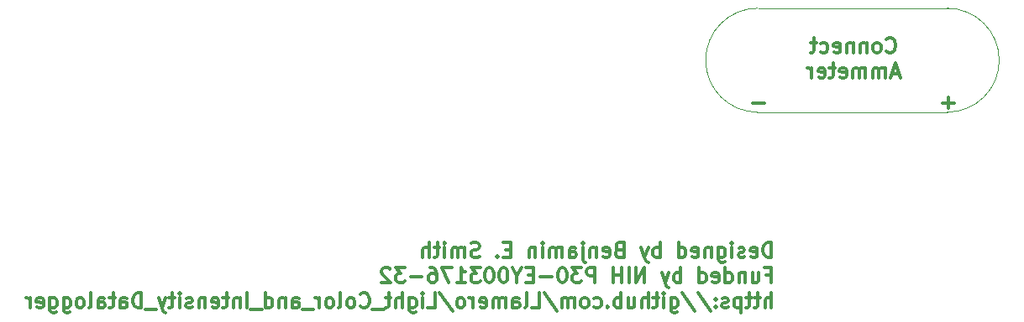
<source format=gbo>
G04 #@! TF.GenerationSoftware,KiCad,Pcbnew,(5.1.4)-1*
G04 #@! TF.CreationDate,2020-03-06T20:10:18-08:00*
G04 #@! TF.ProjectId,Light_intensity_data_logger,4c696768-745f-4696-9e74-656e73697479,rev?*
G04 #@! TF.SameCoordinates,Original*
G04 #@! TF.FileFunction,Legend,Bot*
G04 #@! TF.FilePolarity,Positive*
%FSLAX46Y46*%
G04 Gerber Fmt 4.6, Leading zero omitted, Abs format (unit mm)*
G04 Created by KiCad (PCBNEW (5.1.4)-1) date 2020-03-06 20:10:18*
%MOMM*%
%LPD*%
G04 APERTURE LIST*
%ADD10C,0.120000*%
%ADD11C,0.300000*%
G04 APERTURE END LIST*
D10*
X168480000Y-69480000D02*
G75*
G02X168480000Y-79980000I0J-5250000D01*
G01*
D11*
X150767857Y-94638571D02*
X150767857Y-93138571D01*
X150410714Y-93138571D01*
X150196428Y-93210000D01*
X150053571Y-93352857D01*
X149982142Y-93495714D01*
X149910714Y-93781428D01*
X149910714Y-93995714D01*
X149982142Y-94281428D01*
X150053571Y-94424285D01*
X150196428Y-94567142D01*
X150410714Y-94638571D01*
X150767857Y-94638571D01*
X148696428Y-94567142D02*
X148839285Y-94638571D01*
X149125000Y-94638571D01*
X149267857Y-94567142D01*
X149339285Y-94424285D01*
X149339285Y-93852857D01*
X149267857Y-93710000D01*
X149125000Y-93638571D01*
X148839285Y-93638571D01*
X148696428Y-93710000D01*
X148625000Y-93852857D01*
X148625000Y-93995714D01*
X149339285Y-94138571D01*
X148053571Y-94567142D02*
X147910714Y-94638571D01*
X147625000Y-94638571D01*
X147482142Y-94567142D01*
X147410714Y-94424285D01*
X147410714Y-94352857D01*
X147482142Y-94210000D01*
X147625000Y-94138571D01*
X147839285Y-94138571D01*
X147982142Y-94067142D01*
X148053571Y-93924285D01*
X148053571Y-93852857D01*
X147982142Y-93710000D01*
X147839285Y-93638571D01*
X147625000Y-93638571D01*
X147482142Y-93710000D01*
X146767857Y-94638571D02*
X146767857Y-93638571D01*
X146767857Y-93138571D02*
X146839285Y-93210000D01*
X146767857Y-93281428D01*
X146696428Y-93210000D01*
X146767857Y-93138571D01*
X146767857Y-93281428D01*
X145410714Y-93638571D02*
X145410714Y-94852857D01*
X145482142Y-94995714D01*
X145553571Y-95067142D01*
X145696428Y-95138571D01*
X145910714Y-95138571D01*
X146053571Y-95067142D01*
X145410714Y-94567142D02*
X145553571Y-94638571D01*
X145839285Y-94638571D01*
X145982142Y-94567142D01*
X146053571Y-94495714D01*
X146125000Y-94352857D01*
X146125000Y-93924285D01*
X146053571Y-93781428D01*
X145982142Y-93710000D01*
X145839285Y-93638571D01*
X145553571Y-93638571D01*
X145410714Y-93710000D01*
X144696428Y-93638571D02*
X144696428Y-94638571D01*
X144696428Y-93781428D02*
X144625000Y-93710000D01*
X144482142Y-93638571D01*
X144267857Y-93638571D01*
X144125000Y-93710000D01*
X144053571Y-93852857D01*
X144053571Y-94638571D01*
X142767857Y-94567142D02*
X142910714Y-94638571D01*
X143196428Y-94638571D01*
X143339285Y-94567142D01*
X143410714Y-94424285D01*
X143410714Y-93852857D01*
X143339285Y-93710000D01*
X143196428Y-93638571D01*
X142910714Y-93638571D01*
X142767857Y-93710000D01*
X142696428Y-93852857D01*
X142696428Y-93995714D01*
X143410714Y-94138571D01*
X141410714Y-94638571D02*
X141410714Y-93138571D01*
X141410714Y-94567142D02*
X141553571Y-94638571D01*
X141839285Y-94638571D01*
X141982142Y-94567142D01*
X142053571Y-94495714D01*
X142125000Y-94352857D01*
X142125000Y-93924285D01*
X142053571Y-93781428D01*
X141982142Y-93710000D01*
X141839285Y-93638571D01*
X141553571Y-93638571D01*
X141410714Y-93710000D01*
X139553571Y-94638571D02*
X139553571Y-93138571D01*
X139553571Y-93710000D02*
X139410714Y-93638571D01*
X139125000Y-93638571D01*
X138982142Y-93710000D01*
X138910714Y-93781428D01*
X138839285Y-93924285D01*
X138839285Y-94352857D01*
X138910714Y-94495714D01*
X138982142Y-94567142D01*
X139125000Y-94638571D01*
X139410714Y-94638571D01*
X139553571Y-94567142D01*
X138339285Y-93638571D02*
X137982142Y-94638571D01*
X137625000Y-93638571D02*
X137982142Y-94638571D01*
X138125000Y-94995714D01*
X138196428Y-95067142D01*
X138339285Y-95138571D01*
X135410714Y-93852857D02*
X135196428Y-93924285D01*
X135125000Y-93995714D01*
X135053571Y-94138571D01*
X135053571Y-94352857D01*
X135125000Y-94495714D01*
X135196428Y-94567142D01*
X135339285Y-94638571D01*
X135910714Y-94638571D01*
X135910714Y-93138571D01*
X135410714Y-93138571D01*
X135267857Y-93210000D01*
X135196428Y-93281428D01*
X135125000Y-93424285D01*
X135125000Y-93567142D01*
X135196428Y-93710000D01*
X135267857Y-93781428D01*
X135410714Y-93852857D01*
X135910714Y-93852857D01*
X133839285Y-94567142D02*
X133982142Y-94638571D01*
X134267857Y-94638571D01*
X134410714Y-94567142D01*
X134482142Y-94424285D01*
X134482142Y-93852857D01*
X134410714Y-93710000D01*
X134267857Y-93638571D01*
X133982142Y-93638571D01*
X133839285Y-93710000D01*
X133767857Y-93852857D01*
X133767857Y-93995714D01*
X134482142Y-94138571D01*
X133124999Y-93638571D02*
X133124999Y-94638571D01*
X133124999Y-93781428D02*
X133053571Y-93710000D01*
X132910714Y-93638571D01*
X132696428Y-93638571D01*
X132553571Y-93710000D01*
X132482142Y-93852857D01*
X132482142Y-94638571D01*
X131767857Y-93638571D02*
X131767857Y-94924285D01*
X131839285Y-95067142D01*
X131982142Y-95138571D01*
X132053571Y-95138571D01*
X131767857Y-93138571D02*
X131839285Y-93210000D01*
X131767857Y-93281428D01*
X131696428Y-93210000D01*
X131767857Y-93138571D01*
X131767857Y-93281428D01*
X130410714Y-94638571D02*
X130410714Y-93852857D01*
X130482142Y-93710000D01*
X130624999Y-93638571D01*
X130910714Y-93638571D01*
X131053571Y-93710000D01*
X130410714Y-94567142D02*
X130553571Y-94638571D01*
X130910714Y-94638571D01*
X131053571Y-94567142D01*
X131124999Y-94424285D01*
X131124999Y-94281428D01*
X131053571Y-94138571D01*
X130910714Y-94067142D01*
X130553571Y-94067142D01*
X130410714Y-93995714D01*
X129696428Y-94638571D02*
X129696428Y-93638571D01*
X129696428Y-93781428D02*
X129624999Y-93710000D01*
X129482142Y-93638571D01*
X129267857Y-93638571D01*
X129124999Y-93710000D01*
X129053571Y-93852857D01*
X129053571Y-94638571D01*
X129053571Y-93852857D02*
X128982142Y-93710000D01*
X128839285Y-93638571D01*
X128624999Y-93638571D01*
X128482142Y-93710000D01*
X128410714Y-93852857D01*
X128410714Y-94638571D01*
X127696428Y-94638571D02*
X127696428Y-93638571D01*
X127696428Y-93138571D02*
X127767857Y-93210000D01*
X127696428Y-93281428D01*
X127624999Y-93210000D01*
X127696428Y-93138571D01*
X127696428Y-93281428D01*
X126982142Y-93638571D02*
X126982142Y-94638571D01*
X126982142Y-93781428D02*
X126910714Y-93710000D01*
X126767857Y-93638571D01*
X126553571Y-93638571D01*
X126410714Y-93710000D01*
X126339285Y-93852857D01*
X126339285Y-94638571D01*
X124482142Y-93852857D02*
X123982142Y-93852857D01*
X123767857Y-94638571D02*
X124482142Y-94638571D01*
X124482142Y-93138571D01*
X123767857Y-93138571D01*
X123124999Y-94495714D02*
X123053571Y-94567142D01*
X123124999Y-94638571D01*
X123196428Y-94567142D01*
X123124999Y-94495714D01*
X123124999Y-94638571D01*
X121339285Y-94567142D02*
X121124999Y-94638571D01*
X120767857Y-94638571D01*
X120624999Y-94567142D01*
X120553571Y-94495714D01*
X120482142Y-94352857D01*
X120482142Y-94210000D01*
X120553571Y-94067142D01*
X120624999Y-93995714D01*
X120767857Y-93924285D01*
X121053571Y-93852857D01*
X121196428Y-93781428D01*
X121267857Y-93710000D01*
X121339285Y-93567142D01*
X121339285Y-93424285D01*
X121267857Y-93281428D01*
X121196428Y-93210000D01*
X121053571Y-93138571D01*
X120696428Y-93138571D01*
X120482142Y-93210000D01*
X119839285Y-94638571D02*
X119839285Y-93638571D01*
X119839285Y-93781428D02*
X119767857Y-93710000D01*
X119624999Y-93638571D01*
X119410714Y-93638571D01*
X119267857Y-93710000D01*
X119196428Y-93852857D01*
X119196428Y-94638571D01*
X119196428Y-93852857D02*
X119124999Y-93710000D01*
X118982142Y-93638571D01*
X118767857Y-93638571D01*
X118624999Y-93710000D01*
X118553571Y-93852857D01*
X118553571Y-94638571D01*
X117839285Y-94638571D02*
X117839285Y-93638571D01*
X117839285Y-93138571D02*
X117910714Y-93210000D01*
X117839285Y-93281428D01*
X117767857Y-93210000D01*
X117839285Y-93138571D01*
X117839285Y-93281428D01*
X117339285Y-93638571D02*
X116767857Y-93638571D01*
X117124999Y-93138571D02*
X117124999Y-94424285D01*
X117053571Y-94567142D01*
X116910714Y-94638571D01*
X116767857Y-94638571D01*
X116267857Y-94638571D02*
X116267857Y-93138571D01*
X115624999Y-94638571D02*
X115624999Y-93852857D01*
X115696428Y-93710000D01*
X115839285Y-93638571D01*
X116053571Y-93638571D01*
X116196428Y-93710000D01*
X116267857Y-93781428D01*
X150267857Y-96402857D02*
X150767857Y-96402857D01*
X150767857Y-97188571D02*
X150767857Y-95688571D01*
X150053571Y-95688571D01*
X148839285Y-96188571D02*
X148839285Y-97188571D01*
X149482142Y-96188571D02*
X149482142Y-96974285D01*
X149410714Y-97117142D01*
X149267857Y-97188571D01*
X149053571Y-97188571D01*
X148910714Y-97117142D01*
X148839285Y-97045714D01*
X148125000Y-96188571D02*
X148125000Y-97188571D01*
X148125000Y-96331428D02*
X148053571Y-96260000D01*
X147910714Y-96188571D01*
X147696428Y-96188571D01*
X147553571Y-96260000D01*
X147482142Y-96402857D01*
X147482142Y-97188571D01*
X146125000Y-97188571D02*
X146125000Y-95688571D01*
X146125000Y-97117142D02*
X146267857Y-97188571D01*
X146553571Y-97188571D01*
X146696428Y-97117142D01*
X146767857Y-97045714D01*
X146839285Y-96902857D01*
X146839285Y-96474285D01*
X146767857Y-96331428D01*
X146696428Y-96260000D01*
X146553571Y-96188571D01*
X146267857Y-96188571D01*
X146125000Y-96260000D01*
X144839285Y-97117142D02*
X144982142Y-97188571D01*
X145267857Y-97188571D01*
X145410714Y-97117142D01*
X145482142Y-96974285D01*
X145482142Y-96402857D01*
X145410714Y-96260000D01*
X145267857Y-96188571D01*
X144982142Y-96188571D01*
X144839285Y-96260000D01*
X144767857Y-96402857D01*
X144767857Y-96545714D01*
X145482142Y-96688571D01*
X143482142Y-97188571D02*
X143482142Y-95688571D01*
X143482142Y-97117142D02*
X143625000Y-97188571D01*
X143910714Y-97188571D01*
X144053571Y-97117142D01*
X144125000Y-97045714D01*
X144196428Y-96902857D01*
X144196428Y-96474285D01*
X144125000Y-96331428D01*
X144053571Y-96260000D01*
X143910714Y-96188571D01*
X143625000Y-96188571D01*
X143482142Y-96260000D01*
X141625000Y-97188571D02*
X141625000Y-95688571D01*
X141625000Y-96260000D02*
X141482142Y-96188571D01*
X141196428Y-96188571D01*
X141053571Y-96260000D01*
X140982142Y-96331428D01*
X140910714Y-96474285D01*
X140910714Y-96902857D01*
X140982142Y-97045714D01*
X141053571Y-97117142D01*
X141196428Y-97188571D01*
X141482142Y-97188571D01*
X141625000Y-97117142D01*
X140410714Y-96188571D02*
X140053571Y-97188571D01*
X139696428Y-96188571D02*
X140053571Y-97188571D01*
X140196428Y-97545714D01*
X140267857Y-97617142D01*
X140410714Y-97688571D01*
X137982142Y-97188571D02*
X137982142Y-95688571D01*
X137125000Y-97188571D01*
X137125000Y-95688571D01*
X136410714Y-97188571D02*
X136410714Y-95688571D01*
X135696428Y-97188571D02*
X135696428Y-95688571D01*
X135696428Y-96402857D02*
X134839285Y-96402857D01*
X134839285Y-97188571D02*
X134839285Y-95688571D01*
X132982142Y-97188571D02*
X132982142Y-95688571D01*
X132410714Y-95688571D01*
X132267857Y-95760000D01*
X132196428Y-95831428D01*
X132125000Y-95974285D01*
X132125000Y-96188571D01*
X132196428Y-96331428D01*
X132267857Y-96402857D01*
X132410714Y-96474285D01*
X132982142Y-96474285D01*
X131625000Y-95688571D02*
X130696428Y-95688571D01*
X131196428Y-96260000D01*
X130982142Y-96260000D01*
X130839285Y-96331428D01*
X130767857Y-96402857D01*
X130696428Y-96545714D01*
X130696428Y-96902857D01*
X130767857Y-97045714D01*
X130839285Y-97117142D01*
X130982142Y-97188571D01*
X131410714Y-97188571D01*
X131553571Y-97117142D01*
X131625000Y-97045714D01*
X129767857Y-95688571D02*
X129625000Y-95688571D01*
X129482142Y-95760000D01*
X129410714Y-95831428D01*
X129339285Y-95974285D01*
X129267857Y-96260000D01*
X129267857Y-96617142D01*
X129339285Y-96902857D01*
X129410714Y-97045714D01*
X129482142Y-97117142D01*
X129625000Y-97188571D01*
X129767857Y-97188571D01*
X129910714Y-97117142D01*
X129982142Y-97045714D01*
X130053571Y-96902857D01*
X130125000Y-96617142D01*
X130125000Y-96260000D01*
X130053571Y-95974285D01*
X129982142Y-95831428D01*
X129910714Y-95760000D01*
X129767857Y-95688571D01*
X128625000Y-96617142D02*
X127482142Y-96617142D01*
X126767857Y-96402857D02*
X126267857Y-96402857D01*
X126053571Y-97188571D02*
X126767857Y-97188571D01*
X126767857Y-95688571D01*
X126053571Y-95688571D01*
X125125000Y-96474285D02*
X125125000Y-97188571D01*
X125625000Y-95688571D02*
X125125000Y-96474285D01*
X124625000Y-95688571D01*
X123839285Y-95688571D02*
X123696428Y-95688571D01*
X123553571Y-95760000D01*
X123482142Y-95831428D01*
X123410714Y-95974285D01*
X123339285Y-96260000D01*
X123339285Y-96617142D01*
X123410714Y-96902857D01*
X123482142Y-97045714D01*
X123553571Y-97117142D01*
X123696428Y-97188571D01*
X123839285Y-97188571D01*
X123982142Y-97117142D01*
X124053571Y-97045714D01*
X124125000Y-96902857D01*
X124196428Y-96617142D01*
X124196428Y-96260000D01*
X124125000Y-95974285D01*
X124053571Y-95831428D01*
X123982142Y-95760000D01*
X123839285Y-95688571D01*
X122410714Y-95688571D02*
X122267857Y-95688571D01*
X122125000Y-95760000D01*
X122053571Y-95831428D01*
X121982142Y-95974285D01*
X121910714Y-96260000D01*
X121910714Y-96617142D01*
X121982142Y-96902857D01*
X122053571Y-97045714D01*
X122125000Y-97117142D01*
X122267857Y-97188571D01*
X122410714Y-97188571D01*
X122553571Y-97117142D01*
X122625000Y-97045714D01*
X122696428Y-96902857D01*
X122767857Y-96617142D01*
X122767857Y-96260000D01*
X122696428Y-95974285D01*
X122625000Y-95831428D01*
X122553571Y-95760000D01*
X122410714Y-95688571D01*
X121410714Y-95688571D02*
X120482142Y-95688571D01*
X120982142Y-96260000D01*
X120767857Y-96260000D01*
X120625000Y-96331428D01*
X120553571Y-96402857D01*
X120482142Y-96545714D01*
X120482142Y-96902857D01*
X120553571Y-97045714D01*
X120625000Y-97117142D01*
X120767857Y-97188571D01*
X121196428Y-97188571D01*
X121339285Y-97117142D01*
X121410714Y-97045714D01*
X119053571Y-97188571D02*
X119910714Y-97188571D01*
X119482142Y-97188571D02*
X119482142Y-95688571D01*
X119625000Y-95902857D01*
X119767857Y-96045714D01*
X119910714Y-96117142D01*
X118553571Y-95688571D02*
X117553571Y-95688571D01*
X118196428Y-97188571D01*
X116339285Y-95688571D02*
X116625000Y-95688571D01*
X116767857Y-95760000D01*
X116839285Y-95831428D01*
X116982142Y-96045714D01*
X117053571Y-96331428D01*
X117053571Y-96902857D01*
X116982142Y-97045714D01*
X116910714Y-97117142D01*
X116767857Y-97188571D01*
X116482142Y-97188571D01*
X116339285Y-97117142D01*
X116267857Y-97045714D01*
X116196428Y-96902857D01*
X116196428Y-96545714D01*
X116267857Y-96402857D01*
X116339285Y-96331428D01*
X116482142Y-96260000D01*
X116767857Y-96260000D01*
X116910714Y-96331428D01*
X116982142Y-96402857D01*
X117053571Y-96545714D01*
X115553571Y-96617142D02*
X114410714Y-96617142D01*
X113839285Y-95688571D02*
X112910714Y-95688571D01*
X113410714Y-96260000D01*
X113196428Y-96260000D01*
X113053571Y-96331428D01*
X112982142Y-96402857D01*
X112910714Y-96545714D01*
X112910714Y-96902857D01*
X112982142Y-97045714D01*
X113053571Y-97117142D01*
X113196428Y-97188571D01*
X113625000Y-97188571D01*
X113767857Y-97117142D01*
X113839285Y-97045714D01*
X112339285Y-95831428D02*
X112267857Y-95760000D01*
X112125000Y-95688571D01*
X111767857Y-95688571D01*
X111625000Y-95760000D01*
X111553571Y-95831428D01*
X111482142Y-95974285D01*
X111482142Y-96117142D01*
X111553571Y-96331428D01*
X112410714Y-97188571D01*
X111482142Y-97188571D01*
X150767857Y-99738571D02*
X150767857Y-98238571D01*
X150125000Y-99738571D02*
X150125000Y-98952857D01*
X150196428Y-98810000D01*
X150339285Y-98738571D01*
X150553571Y-98738571D01*
X150696428Y-98810000D01*
X150767857Y-98881428D01*
X149625000Y-98738571D02*
X149053571Y-98738571D01*
X149410714Y-98238571D02*
X149410714Y-99524285D01*
X149339285Y-99667142D01*
X149196428Y-99738571D01*
X149053571Y-99738571D01*
X148767857Y-98738571D02*
X148196428Y-98738571D01*
X148553571Y-98238571D02*
X148553571Y-99524285D01*
X148482142Y-99667142D01*
X148339285Y-99738571D01*
X148196428Y-99738571D01*
X147696428Y-98738571D02*
X147696428Y-100238571D01*
X147696428Y-98810000D02*
X147553571Y-98738571D01*
X147267857Y-98738571D01*
X147125000Y-98810000D01*
X147053571Y-98881428D01*
X146982142Y-99024285D01*
X146982142Y-99452857D01*
X147053571Y-99595714D01*
X147125000Y-99667142D01*
X147267857Y-99738571D01*
X147553571Y-99738571D01*
X147696428Y-99667142D01*
X146410714Y-99667142D02*
X146267857Y-99738571D01*
X145982142Y-99738571D01*
X145839285Y-99667142D01*
X145767857Y-99524285D01*
X145767857Y-99452857D01*
X145839285Y-99310000D01*
X145982142Y-99238571D01*
X146196428Y-99238571D01*
X146339285Y-99167142D01*
X146410714Y-99024285D01*
X146410714Y-98952857D01*
X146339285Y-98810000D01*
X146196428Y-98738571D01*
X145982142Y-98738571D01*
X145839285Y-98810000D01*
X145125000Y-99595714D02*
X145053571Y-99667142D01*
X145125000Y-99738571D01*
X145196428Y-99667142D01*
X145125000Y-99595714D01*
X145125000Y-99738571D01*
X145125000Y-98810000D02*
X145053571Y-98881428D01*
X145125000Y-98952857D01*
X145196428Y-98881428D01*
X145125000Y-98810000D01*
X145125000Y-98952857D01*
X143339285Y-98167142D02*
X144625000Y-100095714D01*
X141767857Y-98167142D02*
X143053571Y-100095714D01*
X140625000Y-98738571D02*
X140625000Y-99952857D01*
X140696428Y-100095714D01*
X140767857Y-100167142D01*
X140910714Y-100238571D01*
X141125000Y-100238571D01*
X141267857Y-100167142D01*
X140625000Y-99667142D02*
X140767857Y-99738571D01*
X141053571Y-99738571D01*
X141196428Y-99667142D01*
X141267857Y-99595714D01*
X141339285Y-99452857D01*
X141339285Y-99024285D01*
X141267857Y-98881428D01*
X141196428Y-98810000D01*
X141053571Y-98738571D01*
X140767857Y-98738571D01*
X140625000Y-98810000D01*
X139910714Y-99738571D02*
X139910714Y-98738571D01*
X139910714Y-98238571D02*
X139982142Y-98310000D01*
X139910714Y-98381428D01*
X139839285Y-98310000D01*
X139910714Y-98238571D01*
X139910714Y-98381428D01*
X139410714Y-98738571D02*
X138839285Y-98738571D01*
X139196428Y-98238571D02*
X139196428Y-99524285D01*
X139125000Y-99667142D01*
X138982142Y-99738571D01*
X138839285Y-99738571D01*
X138339285Y-99738571D02*
X138339285Y-98238571D01*
X137696428Y-99738571D02*
X137696428Y-98952857D01*
X137767857Y-98810000D01*
X137910714Y-98738571D01*
X138125000Y-98738571D01*
X138267857Y-98810000D01*
X138339285Y-98881428D01*
X136339285Y-98738571D02*
X136339285Y-99738571D01*
X136982142Y-98738571D02*
X136982142Y-99524285D01*
X136910714Y-99667142D01*
X136767857Y-99738571D01*
X136553571Y-99738571D01*
X136410714Y-99667142D01*
X136339285Y-99595714D01*
X135625000Y-99738571D02*
X135625000Y-98238571D01*
X135625000Y-98810000D02*
X135482142Y-98738571D01*
X135196428Y-98738571D01*
X135053571Y-98810000D01*
X134982142Y-98881428D01*
X134910714Y-99024285D01*
X134910714Y-99452857D01*
X134982142Y-99595714D01*
X135053571Y-99667142D01*
X135196428Y-99738571D01*
X135482142Y-99738571D01*
X135625000Y-99667142D01*
X134267857Y-99595714D02*
X134196428Y-99667142D01*
X134267857Y-99738571D01*
X134339285Y-99667142D01*
X134267857Y-99595714D01*
X134267857Y-99738571D01*
X132910714Y-99667142D02*
X133053571Y-99738571D01*
X133339285Y-99738571D01*
X133482142Y-99667142D01*
X133553571Y-99595714D01*
X133625000Y-99452857D01*
X133625000Y-99024285D01*
X133553571Y-98881428D01*
X133482142Y-98810000D01*
X133339285Y-98738571D01*
X133053571Y-98738571D01*
X132910714Y-98810000D01*
X132053571Y-99738571D02*
X132196428Y-99667142D01*
X132267857Y-99595714D01*
X132339285Y-99452857D01*
X132339285Y-99024285D01*
X132267857Y-98881428D01*
X132196428Y-98810000D01*
X132053571Y-98738571D01*
X131839285Y-98738571D01*
X131696428Y-98810000D01*
X131625000Y-98881428D01*
X131553571Y-99024285D01*
X131553571Y-99452857D01*
X131625000Y-99595714D01*
X131696428Y-99667142D01*
X131839285Y-99738571D01*
X132053571Y-99738571D01*
X130910714Y-99738571D02*
X130910714Y-98738571D01*
X130910714Y-98881428D02*
X130839285Y-98810000D01*
X130696428Y-98738571D01*
X130482142Y-98738571D01*
X130339285Y-98810000D01*
X130267857Y-98952857D01*
X130267857Y-99738571D01*
X130267857Y-98952857D02*
X130196428Y-98810000D01*
X130053571Y-98738571D01*
X129839285Y-98738571D01*
X129696428Y-98810000D01*
X129625000Y-98952857D01*
X129625000Y-99738571D01*
X127839285Y-98167142D02*
X129125000Y-100095714D01*
X126625000Y-99738571D02*
X127339285Y-99738571D01*
X127339285Y-98238571D01*
X125910714Y-99738571D02*
X126053571Y-99667142D01*
X126125000Y-99524285D01*
X126125000Y-98238571D01*
X124696428Y-99738571D02*
X124696428Y-98952857D01*
X124767857Y-98810000D01*
X124910714Y-98738571D01*
X125196428Y-98738571D01*
X125339285Y-98810000D01*
X124696428Y-99667142D02*
X124839285Y-99738571D01*
X125196428Y-99738571D01*
X125339285Y-99667142D01*
X125410714Y-99524285D01*
X125410714Y-99381428D01*
X125339285Y-99238571D01*
X125196428Y-99167142D01*
X124839285Y-99167142D01*
X124696428Y-99095714D01*
X123982142Y-99738571D02*
X123982142Y-98738571D01*
X123982142Y-98881428D02*
X123910714Y-98810000D01*
X123767857Y-98738571D01*
X123553571Y-98738571D01*
X123410714Y-98810000D01*
X123339285Y-98952857D01*
X123339285Y-99738571D01*
X123339285Y-98952857D02*
X123267857Y-98810000D01*
X123125000Y-98738571D01*
X122910714Y-98738571D01*
X122767857Y-98810000D01*
X122696428Y-98952857D01*
X122696428Y-99738571D01*
X121410714Y-99667142D02*
X121553571Y-99738571D01*
X121839285Y-99738571D01*
X121982142Y-99667142D01*
X122053571Y-99524285D01*
X122053571Y-98952857D01*
X121982142Y-98810000D01*
X121839285Y-98738571D01*
X121553571Y-98738571D01*
X121410714Y-98810000D01*
X121339285Y-98952857D01*
X121339285Y-99095714D01*
X122053571Y-99238571D01*
X120696428Y-99738571D02*
X120696428Y-98738571D01*
X120696428Y-99024285D02*
X120625000Y-98881428D01*
X120553571Y-98810000D01*
X120410714Y-98738571D01*
X120267857Y-98738571D01*
X119553571Y-99738571D02*
X119696428Y-99667142D01*
X119767857Y-99595714D01*
X119839285Y-99452857D01*
X119839285Y-99024285D01*
X119767857Y-98881428D01*
X119696428Y-98810000D01*
X119553571Y-98738571D01*
X119339285Y-98738571D01*
X119196428Y-98810000D01*
X119125000Y-98881428D01*
X119053571Y-99024285D01*
X119053571Y-99452857D01*
X119125000Y-99595714D01*
X119196428Y-99667142D01*
X119339285Y-99738571D01*
X119553571Y-99738571D01*
X117339285Y-98167142D02*
X118625000Y-100095714D01*
X116125000Y-99738571D02*
X116839285Y-99738571D01*
X116839285Y-98238571D01*
X115625000Y-99738571D02*
X115625000Y-98738571D01*
X115625000Y-98238571D02*
X115696428Y-98310000D01*
X115625000Y-98381428D01*
X115553571Y-98310000D01*
X115625000Y-98238571D01*
X115625000Y-98381428D01*
X114267857Y-98738571D02*
X114267857Y-99952857D01*
X114339285Y-100095714D01*
X114410714Y-100167142D01*
X114553571Y-100238571D01*
X114767857Y-100238571D01*
X114910714Y-100167142D01*
X114267857Y-99667142D02*
X114410714Y-99738571D01*
X114696428Y-99738571D01*
X114839285Y-99667142D01*
X114910714Y-99595714D01*
X114982142Y-99452857D01*
X114982142Y-99024285D01*
X114910714Y-98881428D01*
X114839285Y-98810000D01*
X114696428Y-98738571D01*
X114410714Y-98738571D01*
X114267857Y-98810000D01*
X113553571Y-99738571D02*
X113553571Y-98238571D01*
X112910714Y-99738571D02*
X112910714Y-98952857D01*
X112982142Y-98810000D01*
X113125000Y-98738571D01*
X113339285Y-98738571D01*
X113482142Y-98810000D01*
X113553571Y-98881428D01*
X112410714Y-98738571D02*
X111839285Y-98738571D01*
X112196428Y-98238571D02*
X112196428Y-99524285D01*
X112125000Y-99667142D01*
X111982142Y-99738571D01*
X111839285Y-99738571D01*
X111696428Y-99881428D02*
X110553571Y-99881428D01*
X109339285Y-99595714D02*
X109410714Y-99667142D01*
X109625000Y-99738571D01*
X109767857Y-99738571D01*
X109982142Y-99667142D01*
X110125000Y-99524285D01*
X110196428Y-99381428D01*
X110267857Y-99095714D01*
X110267857Y-98881428D01*
X110196428Y-98595714D01*
X110125000Y-98452857D01*
X109982142Y-98310000D01*
X109767857Y-98238571D01*
X109625000Y-98238571D01*
X109410714Y-98310000D01*
X109339285Y-98381428D01*
X108482142Y-99738571D02*
X108625000Y-99667142D01*
X108696428Y-99595714D01*
X108767857Y-99452857D01*
X108767857Y-99024285D01*
X108696428Y-98881428D01*
X108625000Y-98810000D01*
X108482142Y-98738571D01*
X108267857Y-98738571D01*
X108125000Y-98810000D01*
X108053571Y-98881428D01*
X107982142Y-99024285D01*
X107982142Y-99452857D01*
X108053571Y-99595714D01*
X108125000Y-99667142D01*
X108267857Y-99738571D01*
X108482142Y-99738571D01*
X107125000Y-99738571D02*
X107267857Y-99667142D01*
X107339285Y-99524285D01*
X107339285Y-98238571D01*
X106339285Y-99738571D02*
X106482142Y-99667142D01*
X106553571Y-99595714D01*
X106625000Y-99452857D01*
X106625000Y-99024285D01*
X106553571Y-98881428D01*
X106482142Y-98810000D01*
X106339285Y-98738571D01*
X106125000Y-98738571D01*
X105982142Y-98810000D01*
X105910714Y-98881428D01*
X105839285Y-99024285D01*
X105839285Y-99452857D01*
X105910714Y-99595714D01*
X105982142Y-99667142D01*
X106125000Y-99738571D01*
X106339285Y-99738571D01*
X105196428Y-99738571D02*
X105196428Y-98738571D01*
X105196428Y-99024285D02*
X105125000Y-98881428D01*
X105053571Y-98810000D01*
X104910714Y-98738571D01*
X104767857Y-98738571D01*
X104625000Y-99881428D02*
X103482142Y-99881428D01*
X102482142Y-99738571D02*
X102482142Y-98952857D01*
X102553571Y-98810000D01*
X102696428Y-98738571D01*
X102982142Y-98738571D01*
X103125000Y-98810000D01*
X102482142Y-99667142D02*
X102625000Y-99738571D01*
X102982142Y-99738571D01*
X103125000Y-99667142D01*
X103196428Y-99524285D01*
X103196428Y-99381428D01*
X103125000Y-99238571D01*
X102982142Y-99167142D01*
X102625000Y-99167142D01*
X102482142Y-99095714D01*
X101767857Y-98738571D02*
X101767857Y-99738571D01*
X101767857Y-98881428D02*
X101696428Y-98810000D01*
X101553571Y-98738571D01*
X101339285Y-98738571D01*
X101196428Y-98810000D01*
X101125000Y-98952857D01*
X101125000Y-99738571D01*
X99767857Y-99738571D02*
X99767857Y-98238571D01*
X99767857Y-99667142D02*
X99910714Y-99738571D01*
X100196428Y-99738571D01*
X100339285Y-99667142D01*
X100410714Y-99595714D01*
X100482142Y-99452857D01*
X100482142Y-99024285D01*
X100410714Y-98881428D01*
X100339285Y-98810000D01*
X100196428Y-98738571D01*
X99910714Y-98738571D01*
X99767857Y-98810000D01*
X99410714Y-99881428D02*
X98267857Y-99881428D01*
X97910714Y-99738571D02*
X97910714Y-98238571D01*
X97196428Y-98738571D02*
X97196428Y-99738571D01*
X97196428Y-98881428D02*
X97125000Y-98810000D01*
X96982142Y-98738571D01*
X96767857Y-98738571D01*
X96625000Y-98810000D01*
X96553571Y-98952857D01*
X96553571Y-99738571D01*
X96053571Y-98738571D02*
X95482142Y-98738571D01*
X95839285Y-98238571D02*
X95839285Y-99524285D01*
X95767857Y-99667142D01*
X95625000Y-99738571D01*
X95482142Y-99738571D01*
X94410714Y-99667142D02*
X94553571Y-99738571D01*
X94839285Y-99738571D01*
X94982142Y-99667142D01*
X95053571Y-99524285D01*
X95053571Y-98952857D01*
X94982142Y-98810000D01*
X94839285Y-98738571D01*
X94553571Y-98738571D01*
X94410714Y-98810000D01*
X94339285Y-98952857D01*
X94339285Y-99095714D01*
X95053571Y-99238571D01*
X93696428Y-98738571D02*
X93696428Y-99738571D01*
X93696428Y-98881428D02*
X93625000Y-98810000D01*
X93482142Y-98738571D01*
X93267857Y-98738571D01*
X93125000Y-98810000D01*
X93053571Y-98952857D01*
X93053571Y-99738571D01*
X92410714Y-99667142D02*
X92267857Y-99738571D01*
X91982142Y-99738571D01*
X91839285Y-99667142D01*
X91767857Y-99524285D01*
X91767857Y-99452857D01*
X91839285Y-99310000D01*
X91982142Y-99238571D01*
X92196428Y-99238571D01*
X92339285Y-99167142D01*
X92410714Y-99024285D01*
X92410714Y-98952857D01*
X92339285Y-98810000D01*
X92196428Y-98738571D01*
X91982142Y-98738571D01*
X91839285Y-98810000D01*
X91125000Y-99738571D02*
X91125000Y-98738571D01*
X91125000Y-98238571D02*
X91196428Y-98310000D01*
X91125000Y-98381428D01*
X91053571Y-98310000D01*
X91125000Y-98238571D01*
X91125000Y-98381428D01*
X90625000Y-98738571D02*
X90053571Y-98738571D01*
X90410714Y-98238571D02*
X90410714Y-99524285D01*
X90339285Y-99667142D01*
X90196428Y-99738571D01*
X90053571Y-99738571D01*
X89696428Y-98738571D02*
X89339285Y-99738571D01*
X88982142Y-98738571D02*
X89339285Y-99738571D01*
X89482142Y-100095714D01*
X89553571Y-100167142D01*
X89696428Y-100238571D01*
X88767857Y-99881428D02*
X87625000Y-99881428D01*
X87267857Y-99738571D02*
X87267857Y-98238571D01*
X86910714Y-98238571D01*
X86696428Y-98310000D01*
X86553571Y-98452857D01*
X86482142Y-98595714D01*
X86410714Y-98881428D01*
X86410714Y-99095714D01*
X86482142Y-99381428D01*
X86553571Y-99524285D01*
X86696428Y-99667142D01*
X86910714Y-99738571D01*
X87267857Y-99738571D01*
X85125000Y-99738571D02*
X85125000Y-98952857D01*
X85196428Y-98810000D01*
X85339285Y-98738571D01*
X85625000Y-98738571D01*
X85767857Y-98810000D01*
X85125000Y-99667142D02*
X85267857Y-99738571D01*
X85625000Y-99738571D01*
X85767857Y-99667142D01*
X85839285Y-99524285D01*
X85839285Y-99381428D01*
X85767857Y-99238571D01*
X85625000Y-99167142D01*
X85267857Y-99167142D01*
X85125000Y-99095714D01*
X84625000Y-98738571D02*
X84053571Y-98738571D01*
X84410714Y-98238571D02*
X84410714Y-99524285D01*
X84339285Y-99667142D01*
X84196428Y-99738571D01*
X84053571Y-99738571D01*
X82910714Y-99738571D02*
X82910714Y-98952857D01*
X82982142Y-98810000D01*
X83125000Y-98738571D01*
X83410714Y-98738571D01*
X83553571Y-98810000D01*
X82910714Y-99667142D02*
X83053571Y-99738571D01*
X83410714Y-99738571D01*
X83553571Y-99667142D01*
X83625000Y-99524285D01*
X83625000Y-99381428D01*
X83553571Y-99238571D01*
X83410714Y-99167142D01*
X83053571Y-99167142D01*
X82910714Y-99095714D01*
X81982142Y-99738571D02*
X82125000Y-99667142D01*
X82196428Y-99524285D01*
X82196428Y-98238571D01*
X81196428Y-99738571D02*
X81339285Y-99667142D01*
X81410714Y-99595714D01*
X81482142Y-99452857D01*
X81482142Y-99024285D01*
X81410714Y-98881428D01*
X81339285Y-98810000D01*
X81196428Y-98738571D01*
X80982142Y-98738571D01*
X80839285Y-98810000D01*
X80767857Y-98881428D01*
X80696428Y-99024285D01*
X80696428Y-99452857D01*
X80767857Y-99595714D01*
X80839285Y-99667142D01*
X80982142Y-99738571D01*
X81196428Y-99738571D01*
X79410714Y-98738571D02*
X79410714Y-99952857D01*
X79482142Y-100095714D01*
X79553571Y-100167142D01*
X79696428Y-100238571D01*
X79910714Y-100238571D01*
X80053571Y-100167142D01*
X79410714Y-99667142D02*
X79553571Y-99738571D01*
X79839285Y-99738571D01*
X79982142Y-99667142D01*
X80053571Y-99595714D01*
X80125000Y-99452857D01*
X80125000Y-99024285D01*
X80053571Y-98881428D01*
X79982142Y-98810000D01*
X79839285Y-98738571D01*
X79553571Y-98738571D01*
X79410714Y-98810000D01*
X78053571Y-98738571D02*
X78053571Y-99952857D01*
X78125000Y-100095714D01*
X78196428Y-100167142D01*
X78339285Y-100238571D01*
X78553571Y-100238571D01*
X78696428Y-100167142D01*
X78053571Y-99667142D02*
X78196428Y-99738571D01*
X78482142Y-99738571D01*
X78625000Y-99667142D01*
X78696428Y-99595714D01*
X78767857Y-99452857D01*
X78767857Y-99024285D01*
X78696428Y-98881428D01*
X78625000Y-98810000D01*
X78482142Y-98738571D01*
X78196428Y-98738571D01*
X78053571Y-98810000D01*
X76767857Y-99667142D02*
X76910714Y-99738571D01*
X77196428Y-99738571D01*
X77339285Y-99667142D01*
X77410714Y-99524285D01*
X77410714Y-98952857D01*
X77339285Y-98810000D01*
X77196428Y-98738571D01*
X76910714Y-98738571D01*
X76767857Y-98810000D01*
X76696428Y-98952857D01*
X76696428Y-99095714D01*
X77410714Y-99238571D01*
X76053571Y-99738571D02*
X76053571Y-98738571D01*
X76053571Y-99024285D02*
X75982142Y-98881428D01*
X75910714Y-98810000D01*
X75767857Y-98738571D01*
X75625000Y-98738571D01*
D10*
X149330000Y-80000000D02*
X168520000Y-80000000D01*
X149460000Y-69490000D02*
X168600000Y-69500000D01*
X149390000Y-79980000D02*
G75*
G02X149390000Y-69480000I0J5250000D01*
G01*
D11*
X168048571Y-79037142D02*
X169191428Y-79037142D01*
X168620000Y-79608571D02*
X168620000Y-78465714D01*
X148898571Y-79057142D02*
X150041428Y-79057142D01*
X162365714Y-73820714D02*
X162437142Y-73892142D01*
X162651428Y-73963571D01*
X162794285Y-73963571D01*
X163008571Y-73892142D01*
X163151428Y-73749285D01*
X163222857Y-73606428D01*
X163294285Y-73320714D01*
X163294285Y-73106428D01*
X163222857Y-72820714D01*
X163151428Y-72677857D01*
X163008571Y-72535000D01*
X162794285Y-72463571D01*
X162651428Y-72463571D01*
X162437142Y-72535000D01*
X162365714Y-72606428D01*
X161508571Y-73963571D02*
X161651428Y-73892142D01*
X161722857Y-73820714D01*
X161794285Y-73677857D01*
X161794285Y-73249285D01*
X161722857Y-73106428D01*
X161651428Y-73035000D01*
X161508571Y-72963571D01*
X161294285Y-72963571D01*
X161151428Y-73035000D01*
X161080000Y-73106428D01*
X161008571Y-73249285D01*
X161008571Y-73677857D01*
X161080000Y-73820714D01*
X161151428Y-73892142D01*
X161294285Y-73963571D01*
X161508571Y-73963571D01*
X160365714Y-72963571D02*
X160365714Y-73963571D01*
X160365714Y-73106428D02*
X160294285Y-73035000D01*
X160151428Y-72963571D01*
X159937142Y-72963571D01*
X159794285Y-73035000D01*
X159722857Y-73177857D01*
X159722857Y-73963571D01*
X159008571Y-72963571D02*
X159008571Y-73963571D01*
X159008571Y-73106428D02*
X158937142Y-73035000D01*
X158794285Y-72963571D01*
X158580000Y-72963571D01*
X158437142Y-73035000D01*
X158365714Y-73177857D01*
X158365714Y-73963571D01*
X157080000Y-73892142D02*
X157222857Y-73963571D01*
X157508571Y-73963571D01*
X157651428Y-73892142D01*
X157722857Y-73749285D01*
X157722857Y-73177857D01*
X157651428Y-73035000D01*
X157508571Y-72963571D01*
X157222857Y-72963571D01*
X157080000Y-73035000D01*
X157008571Y-73177857D01*
X157008571Y-73320714D01*
X157722857Y-73463571D01*
X155722857Y-73892142D02*
X155865714Y-73963571D01*
X156151428Y-73963571D01*
X156294285Y-73892142D01*
X156365714Y-73820714D01*
X156437142Y-73677857D01*
X156437142Y-73249285D01*
X156365714Y-73106428D01*
X156294285Y-73035000D01*
X156151428Y-72963571D01*
X155865714Y-72963571D01*
X155722857Y-73035000D01*
X155294285Y-72963571D02*
X154722857Y-72963571D01*
X155080000Y-72463571D02*
X155080000Y-73749285D01*
X155008571Y-73892142D01*
X154865714Y-73963571D01*
X154722857Y-73963571D01*
X163615714Y-76085000D02*
X162901428Y-76085000D01*
X163758571Y-76513571D02*
X163258571Y-75013571D01*
X162758571Y-76513571D01*
X162258571Y-76513571D02*
X162258571Y-75513571D01*
X162258571Y-75656428D02*
X162187142Y-75585000D01*
X162044285Y-75513571D01*
X161830000Y-75513571D01*
X161687142Y-75585000D01*
X161615714Y-75727857D01*
X161615714Y-76513571D01*
X161615714Y-75727857D02*
X161544285Y-75585000D01*
X161401428Y-75513571D01*
X161187142Y-75513571D01*
X161044285Y-75585000D01*
X160972857Y-75727857D01*
X160972857Y-76513571D01*
X160258571Y-76513571D02*
X160258571Y-75513571D01*
X160258571Y-75656428D02*
X160187142Y-75585000D01*
X160044285Y-75513571D01*
X159830000Y-75513571D01*
X159687142Y-75585000D01*
X159615714Y-75727857D01*
X159615714Y-76513571D01*
X159615714Y-75727857D02*
X159544285Y-75585000D01*
X159401428Y-75513571D01*
X159187142Y-75513571D01*
X159044285Y-75585000D01*
X158972857Y-75727857D01*
X158972857Y-76513571D01*
X157687142Y-76442142D02*
X157830000Y-76513571D01*
X158115714Y-76513571D01*
X158258571Y-76442142D01*
X158330000Y-76299285D01*
X158330000Y-75727857D01*
X158258571Y-75585000D01*
X158115714Y-75513571D01*
X157830000Y-75513571D01*
X157687142Y-75585000D01*
X157615714Y-75727857D01*
X157615714Y-75870714D01*
X158330000Y-76013571D01*
X157187142Y-75513571D02*
X156615714Y-75513571D01*
X156972857Y-75013571D02*
X156972857Y-76299285D01*
X156901428Y-76442142D01*
X156758571Y-76513571D01*
X156615714Y-76513571D01*
X155544285Y-76442142D02*
X155687142Y-76513571D01*
X155972857Y-76513571D01*
X156115714Y-76442142D01*
X156187142Y-76299285D01*
X156187142Y-75727857D01*
X156115714Y-75585000D01*
X155972857Y-75513571D01*
X155687142Y-75513571D01*
X155544285Y-75585000D01*
X155472857Y-75727857D01*
X155472857Y-75870714D01*
X156187142Y-76013571D01*
X154830000Y-76513571D02*
X154830000Y-75513571D01*
X154830000Y-75799285D02*
X154758571Y-75656428D01*
X154687142Y-75585000D01*
X154544285Y-75513571D01*
X154401428Y-75513571D01*
M02*

</source>
